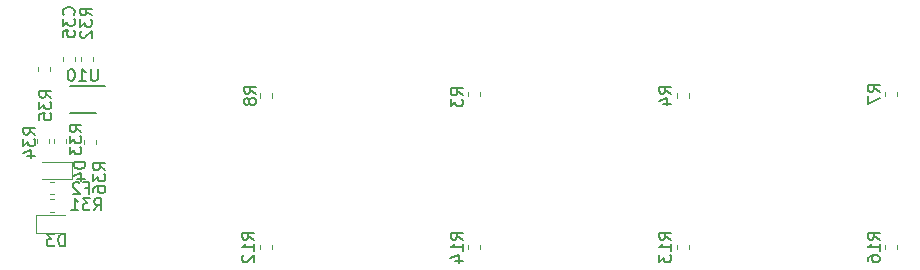
<source format=gbr>
G04 #@! TF.GenerationSoftware,KiCad,Pcbnew,(5.1.5)-3*
G04 #@! TF.CreationDate,2021-07-19T12:04:44+02:00*
G04 #@! TF.ProjectId,4xHalfBridge-VSON8,34784861-6c66-4427-9269-6467652d5653,rev?*
G04 #@! TF.SameCoordinates,Original*
G04 #@! TF.FileFunction,Legend,Bot*
G04 #@! TF.FilePolarity,Positive*
%FSLAX46Y46*%
G04 Gerber Fmt 4.6, Leading zero omitted, Abs format (unit mm)*
G04 Created by KiCad (PCBNEW (5.1.5)-3) date 2021-07-19 12:04:44*
%MOMM*%
%LPD*%
G04 APERTURE LIST*
%ADD10C,0.150000*%
%ADD11C,0.120000*%
G04 APERTURE END LIST*
D10*
X14380000Y-7485000D02*
X11405000Y-7485000D01*
X13555000Y-9735000D02*
X11405000Y-9735000D01*
D11*
X11510000Y-15315000D02*
X9050000Y-15315000D01*
X11510000Y-13845000D02*
X11510000Y-15315000D01*
X9050000Y-13845000D02*
X11510000Y-13845000D01*
X10011267Y-18080000D02*
X9668733Y-18080000D01*
X10011267Y-17060000D02*
X9668733Y-17060000D01*
X10001267Y-16560000D02*
X9658733Y-16560000D01*
X10001267Y-15540000D02*
X9658733Y-15540000D01*
X8540000Y-18395000D02*
X11000000Y-18395000D01*
X8540000Y-19865000D02*
X8540000Y-18395000D01*
X11000000Y-19865000D02*
X8540000Y-19865000D01*
X12570000Y-12331267D02*
X12570000Y-11988733D01*
X13590000Y-12331267D02*
X13590000Y-11988733D01*
X9725600Y-5879133D02*
X9725600Y-6221667D01*
X8705600Y-5879133D02*
X8705600Y-6221667D01*
X8545600Y-12311667D02*
X8545600Y-11969133D01*
X9565600Y-12311667D02*
X9565600Y-11969133D01*
X10045600Y-12311667D02*
X10045600Y-11969133D01*
X11065600Y-12311667D02*
X11065600Y-11969133D01*
X12285600Y-5311667D02*
X12285600Y-4969133D01*
X13305600Y-5311667D02*
X13305600Y-4969133D01*
X10795600Y-5311667D02*
X10795600Y-4969133D01*
X11815600Y-5311667D02*
X11815600Y-4969133D01*
X81410000Y-20928733D02*
X81410000Y-21271267D01*
X80390000Y-20928733D02*
X80390000Y-21271267D01*
X46103333Y-20928733D02*
X46103333Y-21271267D01*
X45083333Y-20928733D02*
X45083333Y-21271267D01*
X63756666Y-20928733D02*
X63756666Y-21271267D01*
X62736666Y-20928733D02*
X62736666Y-21271267D01*
X28450000Y-20928733D02*
X28450000Y-21271267D01*
X27430000Y-20928733D02*
X27430000Y-21271267D01*
X28450000Y-8083733D02*
X28450000Y-8426267D01*
X27430000Y-8083733D02*
X27430000Y-8426267D01*
X81410000Y-7928733D02*
X81410000Y-8271267D01*
X80390000Y-7928733D02*
X80390000Y-8271267D01*
X63756666Y-8083733D02*
X63756666Y-8426267D01*
X62736666Y-8083733D02*
X62736666Y-8426267D01*
X46103333Y-7928733D02*
X46103333Y-8271267D01*
X45083333Y-7928733D02*
X45083333Y-8271267D01*
D10*
X13718095Y-6012380D02*
X13718095Y-6821904D01*
X13670476Y-6917142D01*
X13622857Y-6964761D01*
X13527619Y-7012380D01*
X13337142Y-7012380D01*
X13241904Y-6964761D01*
X13194285Y-6917142D01*
X13146666Y-6821904D01*
X13146666Y-6012380D01*
X12146666Y-7012380D02*
X12718095Y-7012380D01*
X12432380Y-7012380D02*
X12432380Y-6012380D01*
X12527619Y-6155238D01*
X12622857Y-6250476D01*
X12718095Y-6298095D01*
X11527619Y-6012380D02*
X11432380Y-6012380D01*
X11337142Y-6060000D01*
X11289523Y-6107619D01*
X11241904Y-6202857D01*
X11194285Y-6393333D01*
X11194285Y-6631428D01*
X11241904Y-6821904D01*
X11289523Y-6917142D01*
X11337142Y-6964761D01*
X11432380Y-7012380D01*
X11527619Y-7012380D01*
X11622857Y-6964761D01*
X11670476Y-6917142D01*
X11718095Y-6821904D01*
X11765714Y-6631428D01*
X11765714Y-6393333D01*
X11718095Y-6202857D01*
X11670476Y-6107619D01*
X11622857Y-6060000D01*
X11527619Y-6012380D01*
X12682380Y-13881904D02*
X11682380Y-13881904D01*
X11682380Y-14120000D01*
X11730000Y-14262857D01*
X11825238Y-14358095D01*
X11920476Y-14405714D01*
X12110952Y-14453333D01*
X12253809Y-14453333D01*
X12444285Y-14405714D01*
X12539523Y-14358095D01*
X12634761Y-14262857D01*
X12682380Y-14120000D01*
X12682380Y-13881904D01*
X12015714Y-15310476D02*
X12682380Y-15310476D01*
X11634761Y-15072380D02*
X12349047Y-14834285D01*
X12349047Y-15453333D01*
X13412857Y-17972380D02*
X13746190Y-17496190D01*
X13984285Y-17972380D02*
X13984285Y-16972380D01*
X13603333Y-16972380D01*
X13508095Y-17020000D01*
X13460476Y-17067619D01*
X13412857Y-17162857D01*
X13412857Y-17305714D01*
X13460476Y-17400952D01*
X13508095Y-17448571D01*
X13603333Y-17496190D01*
X13984285Y-17496190D01*
X13079523Y-16972380D02*
X12460476Y-16972380D01*
X12793809Y-17353333D01*
X12650952Y-17353333D01*
X12555714Y-17400952D01*
X12508095Y-17448571D01*
X12460476Y-17543809D01*
X12460476Y-17781904D01*
X12508095Y-17877142D01*
X12555714Y-17924761D01*
X12650952Y-17972380D01*
X12936666Y-17972380D01*
X13031904Y-17924761D01*
X13079523Y-17877142D01*
X11508095Y-17972380D02*
X12079523Y-17972380D01*
X11793809Y-17972380D02*
X11793809Y-16972380D01*
X11889047Y-17115238D01*
X11984285Y-17210476D01*
X12079523Y-17258095D01*
X12643333Y-16068571D02*
X12976666Y-16068571D01*
X12976666Y-16592380D02*
X12976666Y-15592380D01*
X12500476Y-15592380D01*
X12167142Y-15687619D02*
X12119523Y-15640000D01*
X12024285Y-15592380D01*
X11786190Y-15592380D01*
X11690952Y-15640000D01*
X11643333Y-15687619D01*
X11595714Y-15782857D01*
X11595714Y-15878095D01*
X11643333Y-16020952D01*
X12214761Y-16592380D01*
X11595714Y-16592380D01*
X10938095Y-21012380D02*
X10938095Y-20012380D01*
X10700000Y-20012380D01*
X10557142Y-20060000D01*
X10461904Y-20155238D01*
X10414285Y-20250476D01*
X10366666Y-20440952D01*
X10366666Y-20583809D01*
X10414285Y-20774285D01*
X10461904Y-20869523D01*
X10557142Y-20964761D01*
X10700000Y-21012380D01*
X10938095Y-21012380D01*
X10033333Y-20012380D02*
X9414285Y-20012380D01*
X9747619Y-20393333D01*
X9604761Y-20393333D01*
X9509523Y-20440952D01*
X9461904Y-20488571D01*
X9414285Y-20583809D01*
X9414285Y-20821904D01*
X9461904Y-20917142D01*
X9509523Y-20964761D01*
X9604761Y-21012380D01*
X9890476Y-21012380D01*
X9985714Y-20964761D01*
X10033333Y-20917142D01*
X14356780Y-14576742D02*
X13880590Y-14243409D01*
X14356780Y-14005314D02*
X13356780Y-14005314D01*
X13356780Y-14386266D01*
X13404400Y-14481504D01*
X13452019Y-14529123D01*
X13547257Y-14576742D01*
X13690114Y-14576742D01*
X13785352Y-14529123D01*
X13832971Y-14481504D01*
X13880590Y-14386266D01*
X13880590Y-14005314D01*
X13356780Y-14910076D02*
X13356780Y-15529123D01*
X13737733Y-15195790D01*
X13737733Y-15338647D01*
X13785352Y-15433885D01*
X13832971Y-15481504D01*
X13928209Y-15529123D01*
X14166304Y-15529123D01*
X14261542Y-15481504D01*
X14309161Y-15433885D01*
X14356780Y-15338647D01*
X14356780Y-15052933D01*
X14309161Y-14957695D01*
X14261542Y-14910076D01*
X13356780Y-16386266D02*
X13356780Y-16195790D01*
X13404400Y-16100552D01*
X13452019Y-16052933D01*
X13594876Y-15957695D01*
X13785352Y-15910076D01*
X14166304Y-15910076D01*
X14261542Y-15957695D01*
X14309161Y-16005314D01*
X14356780Y-16100552D01*
X14356780Y-16291028D01*
X14309161Y-16386266D01*
X14261542Y-16433885D01*
X14166304Y-16481504D01*
X13928209Y-16481504D01*
X13832971Y-16433885D01*
X13785352Y-16386266D01*
X13737733Y-16291028D01*
X13737733Y-16100552D01*
X13785352Y-16005314D01*
X13832971Y-15957695D01*
X13928209Y-15910076D01*
X9792380Y-8437142D02*
X9316190Y-8103809D01*
X9792380Y-7865714D02*
X8792380Y-7865714D01*
X8792380Y-8246666D01*
X8840000Y-8341904D01*
X8887619Y-8389523D01*
X8982857Y-8437142D01*
X9125714Y-8437142D01*
X9220952Y-8389523D01*
X9268571Y-8341904D01*
X9316190Y-8246666D01*
X9316190Y-7865714D01*
X8792380Y-8770476D02*
X8792380Y-9389523D01*
X9173333Y-9056190D01*
X9173333Y-9199047D01*
X9220952Y-9294285D01*
X9268571Y-9341904D01*
X9363809Y-9389523D01*
X9601904Y-9389523D01*
X9697142Y-9341904D01*
X9744761Y-9294285D01*
X9792380Y-9199047D01*
X9792380Y-8913333D01*
X9744761Y-8818095D01*
X9697142Y-8770476D01*
X8792380Y-10294285D02*
X8792380Y-9818095D01*
X9268571Y-9770476D01*
X9220952Y-9818095D01*
X9173333Y-9913333D01*
X9173333Y-10151428D01*
X9220952Y-10246666D01*
X9268571Y-10294285D01*
X9363809Y-10341904D01*
X9601904Y-10341904D01*
X9697142Y-10294285D01*
X9744761Y-10246666D01*
X9792380Y-10151428D01*
X9792380Y-9913333D01*
X9744761Y-9818095D01*
X9697142Y-9770476D01*
X8432380Y-11567142D02*
X7956190Y-11233809D01*
X8432380Y-10995714D02*
X7432380Y-10995714D01*
X7432380Y-11376666D01*
X7480000Y-11471904D01*
X7527619Y-11519523D01*
X7622857Y-11567142D01*
X7765714Y-11567142D01*
X7860952Y-11519523D01*
X7908571Y-11471904D01*
X7956190Y-11376666D01*
X7956190Y-10995714D01*
X7432380Y-11900476D02*
X7432380Y-12519523D01*
X7813333Y-12186190D01*
X7813333Y-12329047D01*
X7860952Y-12424285D01*
X7908571Y-12471904D01*
X8003809Y-12519523D01*
X8241904Y-12519523D01*
X8337142Y-12471904D01*
X8384761Y-12424285D01*
X8432380Y-12329047D01*
X8432380Y-12043333D01*
X8384761Y-11948095D01*
X8337142Y-11900476D01*
X7765714Y-13376666D02*
X8432380Y-13376666D01*
X7384761Y-13138571D02*
X8099047Y-12900476D01*
X8099047Y-13519523D01*
X12352380Y-11337142D02*
X11876190Y-11003809D01*
X12352380Y-10765714D02*
X11352380Y-10765714D01*
X11352380Y-11146666D01*
X11400000Y-11241904D01*
X11447619Y-11289523D01*
X11542857Y-11337142D01*
X11685714Y-11337142D01*
X11780952Y-11289523D01*
X11828571Y-11241904D01*
X11876190Y-11146666D01*
X11876190Y-10765714D01*
X11352380Y-11670476D02*
X11352380Y-12289523D01*
X11733333Y-11956190D01*
X11733333Y-12099047D01*
X11780952Y-12194285D01*
X11828571Y-12241904D01*
X11923809Y-12289523D01*
X12161904Y-12289523D01*
X12257142Y-12241904D01*
X12304761Y-12194285D01*
X12352380Y-12099047D01*
X12352380Y-11813333D01*
X12304761Y-11718095D01*
X12257142Y-11670476D01*
X11352380Y-12622857D02*
X11352380Y-13241904D01*
X11733333Y-12908571D01*
X11733333Y-13051428D01*
X11780952Y-13146666D01*
X11828571Y-13194285D01*
X11923809Y-13241904D01*
X12161904Y-13241904D01*
X12257142Y-13194285D01*
X12304761Y-13146666D01*
X12352380Y-13051428D01*
X12352380Y-12765714D01*
X12304761Y-12670476D01*
X12257142Y-12622857D01*
X13247980Y-1477542D02*
X12771790Y-1144209D01*
X13247980Y-906114D02*
X12247980Y-906114D01*
X12247980Y-1287066D01*
X12295600Y-1382304D01*
X12343219Y-1429923D01*
X12438457Y-1477542D01*
X12581314Y-1477542D01*
X12676552Y-1429923D01*
X12724171Y-1382304D01*
X12771790Y-1287066D01*
X12771790Y-906114D01*
X12247980Y-1810876D02*
X12247980Y-2429923D01*
X12628933Y-2096590D01*
X12628933Y-2239447D01*
X12676552Y-2334685D01*
X12724171Y-2382304D01*
X12819409Y-2429923D01*
X13057504Y-2429923D01*
X13152742Y-2382304D01*
X13200361Y-2334685D01*
X13247980Y-2239447D01*
X13247980Y-1953733D01*
X13200361Y-1858495D01*
X13152742Y-1810876D01*
X12343219Y-2810876D02*
X12295600Y-2858495D01*
X12247980Y-2953733D01*
X12247980Y-3191828D01*
X12295600Y-3287066D01*
X12343219Y-3334685D01*
X12438457Y-3382304D01*
X12533695Y-3382304D01*
X12676552Y-3334685D01*
X13247980Y-2763257D01*
X13247980Y-3382304D01*
X11682742Y-1407542D02*
X11730361Y-1359923D01*
X11777980Y-1217066D01*
X11777980Y-1121828D01*
X11730361Y-978971D01*
X11635123Y-883733D01*
X11539885Y-836114D01*
X11349409Y-788495D01*
X11206552Y-788495D01*
X11016076Y-836114D01*
X10920838Y-883733D01*
X10825600Y-978971D01*
X10777980Y-1121828D01*
X10777980Y-1217066D01*
X10825600Y-1359923D01*
X10873219Y-1407542D01*
X10777980Y-1740876D02*
X10777980Y-2359923D01*
X11158933Y-2026590D01*
X11158933Y-2169447D01*
X11206552Y-2264685D01*
X11254171Y-2312304D01*
X11349409Y-2359923D01*
X11587504Y-2359923D01*
X11682742Y-2312304D01*
X11730361Y-2264685D01*
X11777980Y-2169447D01*
X11777980Y-1883733D01*
X11730361Y-1788495D01*
X11682742Y-1740876D01*
X10777980Y-3264685D02*
X10777980Y-2788495D01*
X11254171Y-2740876D01*
X11206552Y-2788495D01*
X11158933Y-2883733D01*
X11158933Y-3121828D01*
X11206552Y-3217066D01*
X11254171Y-3264685D01*
X11349409Y-3312304D01*
X11587504Y-3312304D01*
X11682742Y-3264685D01*
X11730361Y-3217066D01*
X11777980Y-3121828D01*
X11777980Y-2883733D01*
X11730361Y-2788495D01*
X11682742Y-2740876D01*
X79922380Y-20457142D02*
X79446190Y-20123809D01*
X79922380Y-19885714D02*
X78922380Y-19885714D01*
X78922380Y-20266666D01*
X78970000Y-20361904D01*
X79017619Y-20409523D01*
X79112857Y-20457142D01*
X79255714Y-20457142D01*
X79350952Y-20409523D01*
X79398571Y-20361904D01*
X79446190Y-20266666D01*
X79446190Y-19885714D01*
X79922380Y-21409523D02*
X79922380Y-20838095D01*
X79922380Y-21123809D02*
X78922380Y-21123809D01*
X79065238Y-21028571D01*
X79160476Y-20933333D01*
X79208095Y-20838095D01*
X78922380Y-22266666D02*
X78922380Y-22076190D01*
X78970000Y-21980952D01*
X79017619Y-21933333D01*
X79160476Y-21838095D01*
X79350952Y-21790476D01*
X79731904Y-21790476D01*
X79827142Y-21838095D01*
X79874761Y-21885714D01*
X79922380Y-21980952D01*
X79922380Y-22171428D01*
X79874761Y-22266666D01*
X79827142Y-22314285D01*
X79731904Y-22361904D01*
X79493809Y-22361904D01*
X79398571Y-22314285D01*
X79350952Y-22266666D01*
X79303333Y-22171428D01*
X79303333Y-21980952D01*
X79350952Y-21885714D01*
X79398571Y-21838095D01*
X79493809Y-21790476D01*
X44615713Y-20457142D02*
X44139523Y-20123809D01*
X44615713Y-19885714D02*
X43615713Y-19885714D01*
X43615713Y-20266666D01*
X43663333Y-20361904D01*
X43710952Y-20409523D01*
X43806190Y-20457142D01*
X43949047Y-20457142D01*
X44044285Y-20409523D01*
X44091904Y-20361904D01*
X44139523Y-20266666D01*
X44139523Y-19885714D01*
X44615713Y-21409523D02*
X44615713Y-20838095D01*
X44615713Y-21123809D02*
X43615713Y-21123809D01*
X43758571Y-21028571D01*
X43853809Y-20933333D01*
X43901428Y-20838095D01*
X43949047Y-22266666D02*
X44615713Y-22266666D01*
X43568094Y-22028571D02*
X44282380Y-21790476D01*
X44282380Y-22409523D01*
X62269046Y-20457142D02*
X61792856Y-20123809D01*
X62269046Y-19885714D02*
X61269046Y-19885714D01*
X61269046Y-20266666D01*
X61316666Y-20361904D01*
X61364285Y-20409523D01*
X61459523Y-20457142D01*
X61602380Y-20457142D01*
X61697618Y-20409523D01*
X61745237Y-20361904D01*
X61792856Y-20266666D01*
X61792856Y-19885714D01*
X62269046Y-21409523D02*
X62269046Y-20838095D01*
X62269046Y-21123809D02*
X61269046Y-21123809D01*
X61411904Y-21028571D01*
X61507142Y-20933333D01*
X61554761Y-20838095D01*
X61269046Y-21742857D02*
X61269046Y-22361904D01*
X61649999Y-22028571D01*
X61649999Y-22171428D01*
X61697618Y-22266666D01*
X61745237Y-22314285D01*
X61840475Y-22361904D01*
X62078570Y-22361904D01*
X62173808Y-22314285D01*
X62221427Y-22266666D01*
X62269046Y-22171428D01*
X62269046Y-21885714D01*
X62221427Y-21790476D01*
X62173808Y-21742857D01*
X26962380Y-20457142D02*
X26486190Y-20123809D01*
X26962380Y-19885714D02*
X25962380Y-19885714D01*
X25962380Y-20266666D01*
X26010000Y-20361904D01*
X26057619Y-20409523D01*
X26152857Y-20457142D01*
X26295714Y-20457142D01*
X26390952Y-20409523D01*
X26438571Y-20361904D01*
X26486190Y-20266666D01*
X26486190Y-19885714D01*
X26962380Y-21409523D02*
X26962380Y-20838095D01*
X26962380Y-21123809D02*
X25962380Y-21123809D01*
X26105238Y-21028571D01*
X26200476Y-20933333D01*
X26248095Y-20838095D01*
X26057619Y-21790476D02*
X26010000Y-21838095D01*
X25962380Y-21933333D01*
X25962380Y-22171428D01*
X26010000Y-22266666D01*
X26057619Y-22314285D01*
X26152857Y-22361904D01*
X26248095Y-22361904D01*
X26390952Y-22314285D01*
X26962380Y-21742857D01*
X26962380Y-22361904D01*
X27122380Y-8088333D02*
X26646190Y-7755000D01*
X27122380Y-7516904D02*
X26122380Y-7516904D01*
X26122380Y-7897857D01*
X26170000Y-7993095D01*
X26217619Y-8040714D01*
X26312857Y-8088333D01*
X26455714Y-8088333D01*
X26550952Y-8040714D01*
X26598571Y-7993095D01*
X26646190Y-7897857D01*
X26646190Y-7516904D01*
X26550952Y-8659761D02*
X26503333Y-8564523D01*
X26455714Y-8516904D01*
X26360476Y-8469285D01*
X26312857Y-8469285D01*
X26217619Y-8516904D01*
X26170000Y-8564523D01*
X26122380Y-8659761D01*
X26122380Y-8850238D01*
X26170000Y-8945476D01*
X26217619Y-8993095D01*
X26312857Y-9040714D01*
X26360476Y-9040714D01*
X26455714Y-8993095D01*
X26503333Y-8945476D01*
X26550952Y-8850238D01*
X26550952Y-8659761D01*
X26598571Y-8564523D01*
X26646190Y-8516904D01*
X26741428Y-8469285D01*
X26931904Y-8469285D01*
X27027142Y-8516904D01*
X27074761Y-8564523D01*
X27122380Y-8659761D01*
X27122380Y-8850238D01*
X27074761Y-8945476D01*
X27027142Y-8993095D01*
X26931904Y-9040714D01*
X26741428Y-9040714D01*
X26646190Y-8993095D01*
X26598571Y-8945476D01*
X26550952Y-8850238D01*
X79922380Y-7933333D02*
X79446190Y-7600000D01*
X79922380Y-7361904D02*
X78922380Y-7361904D01*
X78922380Y-7742857D01*
X78970000Y-7838095D01*
X79017619Y-7885714D01*
X79112857Y-7933333D01*
X79255714Y-7933333D01*
X79350952Y-7885714D01*
X79398571Y-7838095D01*
X79446190Y-7742857D01*
X79446190Y-7361904D01*
X78922380Y-8266666D02*
X78922380Y-8933333D01*
X79922380Y-8504761D01*
X62269046Y-8088333D02*
X61792856Y-7755000D01*
X62269046Y-7516904D02*
X61269046Y-7516904D01*
X61269046Y-7897857D01*
X61316666Y-7993095D01*
X61364285Y-8040714D01*
X61459523Y-8088333D01*
X61602380Y-8088333D01*
X61697618Y-8040714D01*
X61745237Y-7993095D01*
X61792856Y-7897857D01*
X61792856Y-7516904D01*
X61602380Y-8945476D02*
X62269046Y-8945476D01*
X61221427Y-8707380D02*
X61935713Y-8469285D01*
X61935713Y-9088333D01*
X44632380Y-8223333D02*
X44156190Y-7890000D01*
X44632380Y-7651904D02*
X43632380Y-7651904D01*
X43632380Y-8032857D01*
X43680000Y-8128095D01*
X43727619Y-8175714D01*
X43822857Y-8223333D01*
X43965714Y-8223333D01*
X44060952Y-8175714D01*
X44108571Y-8128095D01*
X44156190Y-8032857D01*
X44156190Y-7651904D01*
X43632380Y-8556666D02*
X43632380Y-9175714D01*
X44013333Y-8842380D01*
X44013333Y-8985238D01*
X44060952Y-9080476D01*
X44108571Y-9128095D01*
X44203809Y-9175714D01*
X44441904Y-9175714D01*
X44537142Y-9128095D01*
X44584761Y-9080476D01*
X44632380Y-8985238D01*
X44632380Y-8699523D01*
X44584761Y-8604285D01*
X44537142Y-8556666D01*
M02*

</source>
